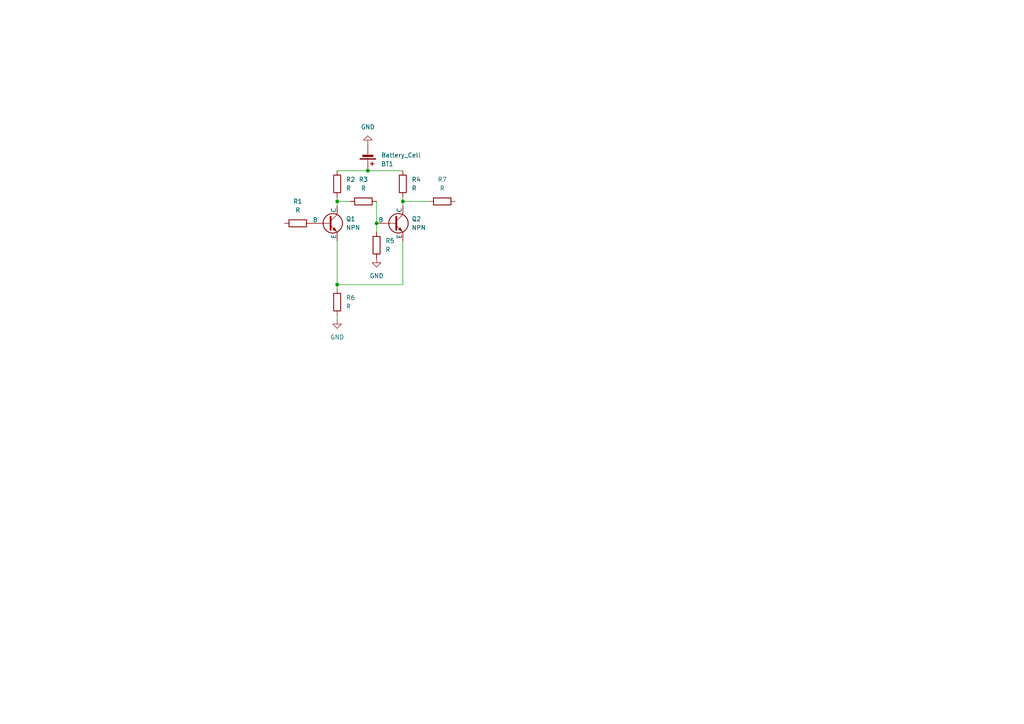
<source format=kicad_sch>
(kicad_sch (version 20230121) (generator eeschema)
  (paper "A4")
  (lib_symbols
    (symbol "Device:Battery_Cell" (pin_numbers hide) (pin_names (offset 0) hide)
      (property "Reference" "BT" (at 2.54 2.54 0))
      (property "Value" "Battery_Cell" (at 2.54 0 0))
      (symbol "Battery_Cell_0_1"
        (rectangle (start -2.286 1.778) (end 2.286 1.524) (fill (type outline)))
        (rectangle (start -1.524 1.016) (end 1.524 0.508) (fill (type outline)))
        (polyline (pts (xy 0 0.762) (xy 0 0)))
        (polyline (pts (xy 0 1.778) (xy 0 2.54)))
        (polyline (pts (xy 0.762 3.048) (xy 1.778 3.048)) (stroke (width 0.254)))
        (polyline (pts (xy 1.27 3.556) (xy 1.27 2.54)) (stroke (width 0.254)))
      )
      (symbol "Battery_Cell_1_1"
        (pin passive line (at 0 5.08 270) (length 2.54) (name "+") (number "1"))
        (pin passive line (at 0 -2.54 90) (length 2.54) (name "-") (number "2"))
      )
    )
    (symbol "Device:R" (pin_numbers hide) (pin_names (offset 0))
      (property "Reference" "R" (at 2.032 0 90))
      (property "Value" "R" (at 0 0 90))
      (symbol "R_0_1"
        (rectangle (start -1.016 -2.54) (end 1.016 2.54) (stroke (width 0.254)))
      )
      (symbol "R_1_1"
        (pin passive line (at 0 3.81 270) (length 1.27) (name "~") (number "1"))
        (pin passive line (at 0 -3.81 90) (length 1.27) (name "~") (number "2"))
      )
    )
    (symbol "Simulation_SPICE:NPN" (pin_numbers hide) (pin_names (offset 0))
      (property "Reference" "Q" (at -2.54 7.62 0))
      (property "Value" "NPN" (at -2.54 5.08 0))
      (symbol "NPN_0_1"
        (polyline (pts (xy -2.54 0) (xy 0.635 0)) (stroke (width 0.1524)))
        (polyline (pts (xy 0.635 0.635) (xy 2.54 2.54)))
        (polyline (pts (xy 2.794 -1.27) (xy 2.794 -1.27)) (stroke (width 0.1524)))
        (polyline (pts (xy 2.794 -1.27) (xy 2.794 -1.27)) (stroke (width 0.1524)))
        (polyline (pts (xy 0.635 -0.635) (xy 2.54 -2.54) (xy 2.54 -2.54)))
        (polyline (pts (xy 0.635 1.905) (xy 0.635 -1.905) (xy 0.635 -1.905)) (stroke (width 0.508)))
        (polyline (pts (xy 1.27 -1.778) (xy 1.778 -1.27) (xy 2.286 -2.286) (xy 1.27 -1.778) (xy 1.27 -1.778)) (fill (type outline)))
        (circle (center 1.27 0) (radius 2.8194) (stroke (width 0.254)))
      )
      (symbol "NPN_1_1"
        (pin open_collector line (at 2.54 5.08 270) (length 2.54) (name "C") (number "1"))
        (pin input line (at -5.08 0 0) (length 2.54) (name "B") (number "2"))
        (pin open_emitter line (at 2.54 -5.08 90) (length 2.54) (name "E") (number "3"))
      )
    )
    (symbol "power:GND" (power) (pin_names (offset 0))
      (property "Value" "GND" (at 0 -3.81 0))
      (symbol "GND_0_1"
        (polyline (pts (xy 0 0) (xy 0 -1.27) (xy 1.27 -1.27) (xy 0 -2.54) (xy -1.27 -1.27) (xy 0 -1.27)))
      )
      (symbol "GND_1_1"
        (pin power_in line (at 0 0 270) (length 0) hide (name "GND") (number "1"))
      )
    )
  )
  (junction (at 97.79 58.42))
  (junction (at 106.68 49.53))
  (junction (at 116.84 58.42))
  (junction (at 109.22 64.77))
  (junction (at 97.79 82.55))
  (wire (pts (xy 97.79 57.15) (xy 97.79 58.42)))
  (wire (pts (xy 116.84 58.42) (xy 124.46 58.42)))
  (wire (pts (xy 109.22 67.31) (xy 109.22 64.77)))
  (wire (pts (xy 106.68 49.53) (xy 116.84 49.53)))
  (wire (pts (xy 97.79 92.71) (xy 97.79 91.44)))
  (wire (pts (xy 116.84 57.15) (xy 116.84 58.42)))
  (wire (pts (xy 97.79 83.82) (xy 97.79 82.55)))
  (wire (pts (xy 116.84 69.85) (xy 116.84 82.55)))
  (wire (pts (xy 109.22 58.42) (xy 109.22 64.77)))
  (wire (pts (xy 97.79 82.55) (xy 97.79 69.85)))
  (wire (pts (xy 97.79 49.53) (xy 106.68 49.53)))
  (wire (pts (xy 97.79 58.42) (xy 97.79 59.69)))
  (wire (pts (xy 97.79 58.42) (xy 101.6 58.42)))
  (wire (pts (xy 116.84 82.55) (xy 97.79 82.55)))
  (wire (pts (xy 116.84 58.42) (xy 116.84 59.69)))
  (symbol (lib_id "power:GND") (at 97.79 92.71 0) (unit 1)
    (property "Reference" "#PWR04" (effects hide))
    (property "Value" "GND" (at 97.79 97.79 0))
  )
  (symbol (lib_id "Simulation_SPICE:NPN") (at 114.3 64.77 0) (unit 1)
    (property "Reference" "Q2" (at 119.38 63.5 0) (effects (justify left)))
    (property "Value" "NPN" (at 119.38 66.04 0) (effects (justify left)))
    (property "Sim.Device" "NPN" (effects hide))
    (property "Sim.Type" "GUMMELPOON" (effects hide))
    (property "Sim.Pins" "1=C 2=B 3=E" (effects hide))
  )
  (symbol (lib_id "Simulation_SPICE:NPN") (at 95.25 64.77 0) (unit 1)
    (property "Reference" "Q1" (at 100.33 63.5 0) (effects (justify left)))
    (property "Value" "NPN" (at 100.33 66.04 0) (effects (justify left)))
    (property "Sim.Device" "NPN" (effects hide))
    (property "Sim.Type" "GUMMELPOON" (effects hide))
    (property "Sim.Pins" "1=C 2=B 3=E" (effects hide))
  )
  (symbol (lib_id "Device:R") (at 109.22 71.12 180) (unit 1)
    (property "Reference" "R5" (at 111.76 69.85 0) (effects (justify right)))
    (property "Value" "R" (at 111.76 72.39 0) (effects (justify right)))
  )
  (symbol (lib_id "Device:R") (at 97.79 87.63 180) (unit 1)
    (property "Reference" "R6" (at 100.33 86.36 0) (effects (justify right)))
    (property "Value" "R" (at 100.33 88.9 0) (effects (justify right)))
  )
  (symbol (lib_id "Device:Battery_Cell") (at 106.68 44.45 0) (mirror x) (unit 1)
    (property "Reference" "BT1" (at 110.49 47.5615 0) (effects (justify left)))
    (property "Value" "Battery_Cell" (at 110.49 45.0215 0) (effects (justify left)))
  )
  (symbol (lib_id "power:GND") (at 109.22 74.93 0) (unit 1)
    (property "Reference" "#PWR03" (effects hide))
    (property "Value" "GND" (at 109.22 80.01 0))
  )
  (symbol (lib_id "power:GND") (at 106.68 41.91 0) (mirror x) (unit 1)
    (property "Reference" "#PWR01" (effects hide))
    (property "Value" "GND" (at 106.68 36.83 0))
  )
  (symbol (lib_id "Device:R") (at 116.84 53.34 180) (unit 1)
    (property "Reference" "R4" (at 119.38 52.07 0) (effects (justify right)))
    (property "Value" "R" (at 119.38 54.61 0) (effects (justify right)))
  )
  (symbol (lib_id "Device:R") (at 86.36 64.77 90) (unit 1)
    (property "Reference" "R1" (at 86.36 58.42 90))
    (property "Value" "R" (at 86.36 60.96 90))
  )
  (symbol (lib_id "Device:R") (at 97.79 53.34 180) (unit 1)
    (property "Reference" "R2" (at 100.33 52.07 0) (effects (justify right)))
    (property "Value" "R" (at 100.33 54.61 0) (effects (justify right)))
  )
  (symbol (lib_id "Device:R") (at 128.27 58.42 90) (unit 1)
    (property "Reference" "R7" (at 128.27 52.07 90))
    (property "Value" "R" (at 128.27 54.61 90))
  )
  (symbol (lib_id "Device:R") (at 105.41 58.42 270) (unit 1)
    (property "Reference" "R3" (at 105.41 52.07 90))
    (property "Value" "R" (at 105.41 54.61 90))
  )
)
</source>
